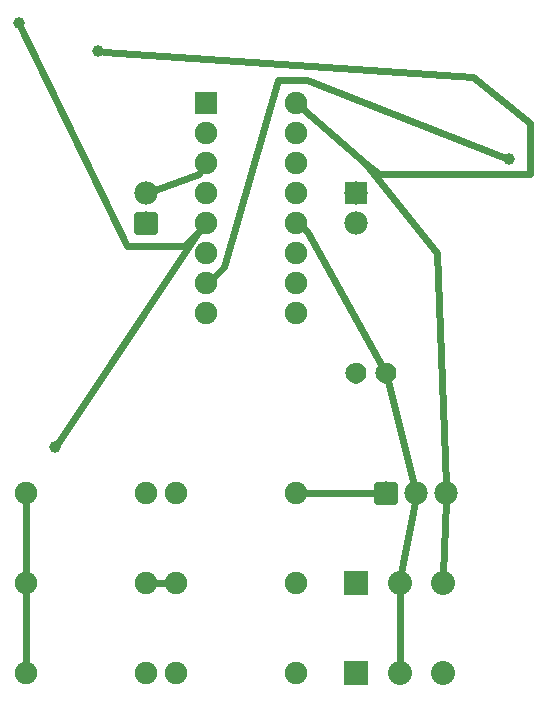
<source format=gtl>
G04 MADE WITH FRITZING*
G04 WWW.FRITZING.ORG*
G04 DOUBLE SIDED*
G04 HOLES PLATED*
G04 CONTOUR ON CENTER OF CONTOUR VECTOR*
%ASAXBY*%
%FSLAX23Y23*%
%MOIN*%
%OFA0B0*%
%SFA1.0B1.0*%
%ADD10C,0.078000*%
%ADD11C,0.070000*%
%ADD12C,0.075000*%
%ADD13C,0.080000*%
%ADD14C,0.039370*%
%ADD15R,0.078000X0.078000*%
%ADD16R,0.075000X0.075000*%
%ADD17C,0.024000*%
%ADD18C,0.020000*%
%ADD19R,0.001000X0.001000*%
%LNCOPPER1*%
G90*
G70*
G54D10*
X676Y1927D03*
X676Y2027D03*
X1376Y2027D03*
X1376Y1927D03*
G54D11*
X1376Y1427D03*
X1476Y1427D03*
G54D12*
X876Y2327D03*
X1176Y2327D03*
X876Y2227D03*
X1176Y2227D03*
X876Y2127D03*
X1176Y2127D03*
X876Y2027D03*
X1176Y2027D03*
X876Y1927D03*
X1176Y1927D03*
X876Y1827D03*
X1176Y1827D03*
X876Y1727D03*
X1176Y1727D03*
X876Y1627D03*
X1176Y1627D03*
G54D13*
X1376Y427D03*
X1521Y427D03*
X1666Y427D03*
X1376Y427D03*
X1521Y427D03*
X1666Y427D03*
X1376Y727D03*
X1521Y727D03*
X1666Y727D03*
X1376Y727D03*
X1521Y727D03*
X1666Y727D03*
G54D10*
X1476Y1027D03*
X1576Y1027D03*
X1676Y1027D03*
G54D12*
X276Y727D03*
X676Y727D03*
X276Y427D03*
X676Y427D03*
X276Y1027D03*
X676Y1027D03*
X776Y727D03*
X1176Y727D03*
X776Y427D03*
X1176Y427D03*
X776Y1027D03*
X1176Y1027D03*
G54D14*
X1884Y2140D03*
X252Y2596D03*
X372Y1180D03*
X516Y2500D03*
G54D15*
X1376Y2027D03*
G54D16*
X876Y2327D03*
G54D17*
X1446Y1027D02*
X1205Y1027D01*
D02*
X704Y2037D02*
X852Y2092D01*
X852Y2092D02*
X860Y2103D01*
D02*
X748Y727D02*
X705Y727D01*
D02*
X898Y1746D02*
X936Y1780D01*
X936Y1780D02*
X1116Y2404D01*
X1116Y2404D02*
X1212Y2404D01*
X1212Y2404D02*
X1866Y2147D01*
D02*
X276Y755D02*
X276Y998D01*
D02*
X276Y455D02*
X276Y698D01*
D02*
X857Y1906D02*
X852Y1900D01*
X852Y1900D02*
X383Y1196D01*
D02*
X1463Y1450D02*
X1212Y1900D01*
X1212Y1900D02*
X1199Y1910D01*
D02*
X1569Y1056D02*
X1482Y1402D01*
D02*
X1527Y761D02*
X1571Y997D01*
D02*
X1521Y462D02*
X1521Y692D01*
D02*
X260Y2579D02*
X612Y1852D01*
X612Y1852D02*
X804Y1852D01*
X804Y1852D02*
X852Y1900D01*
D02*
X1675Y997D02*
X1667Y762D01*
D02*
X1198Y2308D02*
X1404Y2128D01*
X1404Y2128D02*
X1644Y1828D01*
X1644Y1828D02*
X1675Y1057D01*
D02*
X535Y2499D02*
X1764Y2416D01*
X1764Y2416D02*
X1956Y2260D01*
X1956Y2260D02*
X1956Y2092D01*
X1956Y2092D02*
X1452Y2092D01*
X1452Y2092D02*
X1404Y2128D01*
G54D18*
X647Y1898D02*
X647Y1956D01*
X705Y1956D01*
X705Y1898D01*
X647Y1898D01*
D02*
X1447Y1056D02*
X1505Y1056D01*
X1505Y998D01*
X1447Y998D01*
X1447Y1056D01*
D02*
G54D19*
X1372Y1462D02*
X1379Y1462D01*
X1472Y1462D02*
X1479Y1462D01*
X1367Y1461D02*
X1384Y1461D01*
X1467Y1461D02*
X1484Y1461D01*
X1365Y1460D02*
X1387Y1460D01*
X1465Y1460D02*
X1487Y1460D01*
X1362Y1459D02*
X1389Y1459D01*
X1462Y1459D02*
X1489Y1459D01*
X1360Y1458D02*
X1391Y1458D01*
X1460Y1458D02*
X1491Y1458D01*
X1359Y1457D02*
X1393Y1457D01*
X1459Y1457D02*
X1493Y1457D01*
X1357Y1456D02*
X1394Y1456D01*
X1457Y1456D02*
X1494Y1456D01*
X1356Y1455D02*
X1395Y1455D01*
X1456Y1455D02*
X1495Y1455D01*
X1355Y1454D02*
X1397Y1454D01*
X1455Y1454D02*
X1497Y1454D01*
X1353Y1453D02*
X1398Y1453D01*
X1453Y1453D02*
X1498Y1453D01*
X1352Y1452D02*
X1399Y1452D01*
X1452Y1452D02*
X1499Y1452D01*
X1351Y1451D02*
X1400Y1451D01*
X1451Y1451D02*
X1500Y1451D01*
X1350Y1450D02*
X1401Y1450D01*
X1450Y1450D02*
X1501Y1450D01*
X1350Y1449D02*
X1402Y1449D01*
X1450Y1449D02*
X1502Y1449D01*
X1349Y1448D02*
X1403Y1448D01*
X1449Y1448D02*
X1503Y1448D01*
X1348Y1447D02*
X1403Y1447D01*
X1448Y1447D02*
X1503Y1447D01*
X1347Y1446D02*
X1404Y1446D01*
X1447Y1446D02*
X1504Y1446D01*
X1347Y1445D02*
X1405Y1445D01*
X1447Y1445D02*
X1505Y1445D01*
X1346Y1444D02*
X1405Y1444D01*
X1446Y1444D02*
X1505Y1444D01*
X1345Y1443D02*
X1406Y1443D01*
X1445Y1443D02*
X1506Y1443D01*
X1345Y1442D02*
X1371Y1442D01*
X1380Y1442D02*
X1406Y1442D01*
X1445Y1442D02*
X1471Y1442D01*
X1480Y1442D02*
X1506Y1442D01*
X1344Y1441D02*
X1368Y1441D01*
X1383Y1441D02*
X1407Y1441D01*
X1444Y1441D02*
X1468Y1441D01*
X1483Y1441D02*
X1507Y1441D01*
X1344Y1440D02*
X1366Y1440D01*
X1385Y1440D02*
X1407Y1440D01*
X1444Y1440D02*
X1466Y1440D01*
X1485Y1440D02*
X1507Y1440D01*
X1344Y1439D02*
X1365Y1439D01*
X1387Y1439D02*
X1408Y1439D01*
X1444Y1439D02*
X1465Y1439D01*
X1487Y1439D02*
X1508Y1439D01*
X1343Y1438D02*
X1364Y1438D01*
X1388Y1438D02*
X1408Y1438D01*
X1443Y1438D02*
X1464Y1438D01*
X1488Y1438D02*
X1508Y1438D01*
X1343Y1437D02*
X1363Y1437D01*
X1388Y1437D02*
X1409Y1437D01*
X1443Y1437D02*
X1463Y1437D01*
X1488Y1437D02*
X1509Y1437D01*
X1342Y1436D02*
X1362Y1436D01*
X1389Y1436D02*
X1409Y1436D01*
X1442Y1436D02*
X1462Y1436D01*
X1489Y1436D02*
X1509Y1436D01*
X1342Y1435D02*
X1362Y1435D01*
X1390Y1435D02*
X1409Y1435D01*
X1442Y1435D02*
X1462Y1435D01*
X1490Y1435D02*
X1509Y1435D01*
X1342Y1434D02*
X1361Y1434D01*
X1390Y1434D02*
X1409Y1434D01*
X1442Y1434D02*
X1461Y1434D01*
X1490Y1434D02*
X1509Y1434D01*
X1342Y1433D02*
X1361Y1433D01*
X1390Y1433D02*
X1410Y1433D01*
X1442Y1433D02*
X1461Y1433D01*
X1490Y1433D02*
X1510Y1433D01*
X1342Y1432D02*
X1361Y1432D01*
X1391Y1432D02*
X1410Y1432D01*
X1442Y1432D02*
X1461Y1432D01*
X1491Y1432D02*
X1510Y1432D01*
X1341Y1431D02*
X1360Y1431D01*
X1391Y1431D02*
X1410Y1431D01*
X1441Y1431D02*
X1460Y1431D01*
X1491Y1431D02*
X1510Y1431D01*
X1341Y1430D02*
X1360Y1430D01*
X1391Y1430D02*
X1410Y1430D01*
X1441Y1430D02*
X1460Y1430D01*
X1491Y1430D02*
X1510Y1430D01*
X1341Y1429D02*
X1360Y1429D01*
X1391Y1429D02*
X1410Y1429D01*
X1441Y1429D02*
X1460Y1429D01*
X1491Y1429D02*
X1510Y1429D01*
X1341Y1428D02*
X1360Y1428D01*
X1391Y1428D02*
X1410Y1428D01*
X1441Y1428D02*
X1460Y1428D01*
X1491Y1428D02*
X1510Y1428D01*
X1341Y1427D02*
X1360Y1427D01*
X1391Y1427D02*
X1410Y1427D01*
X1441Y1427D02*
X1460Y1427D01*
X1491Y1427D02*
X1510Y1427D01*
X1341Y1426D02*
X1360Y1426D01*
X1391Y1426D02*
X1410Y1426D01*
X1441Y1426D02*
X1460Y1426D01*
X1491Y1426D02*
X1510Y1426D01*
X1341Y1425D02*
X1360Y1425D01*
X1391Y1425D02*
X1410Y1425D01*
X1441Y1425D02*
X1460Y1425D01*
X1491Y1425D02*
X1510Y1425D01*
X1341Y1424D02*
X1360Y1424D01*
X1391Y1424D02*
X1410Y1424D01*
X1441Y1424D02*
X1460Y1424D01*
X1491Y1424D02*
X1510Y1424D01*
X1342Y1423D02*
X1361Y1423D01*
X1391Y1423D02*
X1410Y1423D01*
X1442Y1423D02*
X1461Y1423D01*
X1491Y1423D02*
X1510Y1423D01*
X1342Y1422D02*
X1361Y1422D01*
X1390Y1422D02*
X1410Y1422D01*
X1442Y1422D02*
X1461Y1422D01*
X1490Y1422D02*
X1510Y1422D01*
X1342Y1421D02*
X1361Y1421D01*
X1390Y1421D02*
X1409Y1421D01*
X1442Y1421D02*
X1461Y1421D01*
X1490Y1421D02*
X1509Y1421D01*
X1342Y1420D02*
X1362Y1420D01*
X1390Y1420D02*
X1409Y1420D01*
X1442Y1420D02*
X1462Y1420D01*
X1490Y1420D02*
X1509Y1420D01*
X1342Y1419D02*
X1362Y1419D01*
X1389Y1419D02*
X1409Y1419D01*
X1442Y1419D02*
X1462Y1419D01*
X1489Y1419D02*
X1509Y1419D01*
X1343Y1418D02*
X1363Y1418D01*
X1389Y1418D02*
X1409Y1418D01*
X1443Y1418D02*
X1463Y1418D01*
X1489Y1418D02*
X1509Y1418D01*
X1343Y1417D02*
X1363Y1417D01*
X1388Y1417D02*
X1408Y1417D01*
X1443Y1417D02*
X1463Y1417D01*
X1488Y1417D02*
X1508Y1417D01*
X1343Y1416D02*
X1364Y1416D01*
X1387Y1416D02*
X1408Y1416D01*
X1443Y1416D02*
X1464Y1416D01*
X1487Y1416D02*
X1508Y1416D01*
X1344Y1415D02*
X1366Y1415D01*
X1386Y1415D02*
X1407Y1415D01*
X1444Y1415D02*
X1466Y1415D01*
X1486Y1415D02*
X1507Y1415D01*
X1344Y1414D02*
X1367Y1414D01*
X1384Y1414D02*
X1407Y1414D01*
X1444Y1414D02*
X1467Y1414D01*
X1484Y1414D02*
X1507Y1414D01*
X1345Y1413D02*
X1370Y1413D01*
X1381Y1413D02*
X1407Y1413D01*
X1445Y1413D02*
X1470Y1413D01*
X1481Y1413D02*
X1507Y1413D01*
X1345Y1412D02*
X1406Y1412D01*
X1445Y1412D02*
X1506Y1412D01*
X1346Y1411D02*
X1405Y1411D01*
X1446Y1411D02*
X1505Y1411D01*
X1346Y1410D02*
X1405Y1410D01*
X1446Y1410D02*
X1505Y1410D01*
X1347Y1409D02*
X1404Y1409D01*
X1447Y1409D02*
X1504Y1409D01*
X1348Y1408D02*
X1404Y1408D01*
X1448Y1408D02*
X1504Y1408D01*
X1349Y1407D02*
X1403Y1407D01*
X1449Y1407D02*
X1503Y1407D01*
X1349Y1406D02*
X1402Y1406D01*
X1449Y1406D02*
X1502Y1406D01*
X1350Y1405D02*
X1401Y1405D01*
X1450Y1405D02*
X1501Y1405D01*
X1351Y1404D02*
X1400Y1404D01*
X1451Y1404D02*
X1500Y1404D01*
X1352Y1403D02*
X1399Y1403D01*
X1452Y1403D02*
X1499Y1403D01*
X1353Y1402D02*
X1398Y1402D01*
X1453Y1402D02*
X1498Y1402D01*
X1354Y1401D02*
X1397Y1401D01*
X1454Y1401D02*
X1497Y1401D01*
X1355Y1400D02*
X1396Y1400D01*
X1455Y1400D02*
X1496Y1400D01*
X1357Y1399D02*
X1395Y1399D01*
X1457Y1399D02*
X1495Y1399D01*
X1358Y1398D02*
X1393Y1398D01*
X1458Y1398D02*
X1493Y1398D01*
X1360Y1397D02*
X1391Y1397D01*
X1460Y1397D02*
X1491Y1397D01*
X1362Y1396D02*
X1390Y1396D01*
X1462Y1396D02*
X1490Y1396D01*
X1364Y1395D02*
X1387Y1395D01*
X1464Y1395D02*
X1487Y1395D01*
X1366Y1394D02*
X1385Y1394D01*
X1466Y1394D02*
X1485Y1394D01*
X1370Y1393D02*
X1381Y1393D01*
X1470Y1393D02*
X1481Y1393D01*
X1336Y767D02*
X1415Y767D01*
X1336Y766D02*
X1415Y766D01*
X1336Y765D02*
X1415Y765D01*
X1336Y764D02*
X1415Y764D01*
X1336Y763D02*
X1415Y763D01*
X1336Y762D02*
X1415Y762D01*
X1336Y761D02*
X1415Y761D01*
X1336Y760D02*
X1415Y760D01*
X1336Y759D02*
X1415Y759D01*
X1336Y758D02*
X1415Y758D01*
X1336Y757D02*
X1415Y757D01*
X1336Y756D02*
X1415Y756D01*
X1336Y755D02*
X1415Y755D01*
X1336Y754D02*
X1415Y754D01*
X1336Y753D02*
X1415Y753D01*
X1336Y752D02*
X1415Y752D01*
X1336Y751D02*
X1415Y751D01*
X1336Y750D02*
X1368Y750D01*
X1383Y750D02*
X1415Y750D01*
X1336Y749D02*
X1366Y749D01*
X1386Y749D02*
X1415Y749D01*
X1336Y748D02*
X1364Y748D01*
X1388Y748D02*
X1415Y748D01*
X1336Y747D02*
X1362Y747D01*
X1389Y747D02*
X1415Y747D01*
X1336Y746D02*
X1361Y746D01*
X1391Y746D02*
X1415Y746D01*
X1336Y745D02*
X1359Y745D01*
X1392Y745D02*
X1415Y745D01*
X1336Y744D02*
X1358Y744D01*
X1393Y744D02*
X1415Y744D01*
X1336Y743D02*
X1357Y743D01*
X1394Y743D02*
X1415Y743D01*
X1336Y742D02*
X1357Y742D01*
X1395Y742D02*
X1415Y742D01*
X1336Y741D02*
X1356Y741D01*
X1395Y741D02*
X1415Y741D01*
X1336Y740D02*
X1355Y740D01*
X1396Y740D02*
X1415Y740D01*
X1336Y739D02*
X1355Y739D01*
X1397Y739D02*
X1415Y739D01*
X1336Y738D02*
X1354Y738D01*
X1397Y738D02*
X1415Y738D01*
X1336Y737D02*
X1354Y737D01*
X1398Y737D02*
X1415Y737D01*
X1336Y736D02*
X1353Y736D01*
X1398Y736D02*
X1415Y736D01*
X1336Y735D02*
X1353Y735D01*
X1398Y735D02*
X1415Y735D01*
X1336Y734D02*
X1352Y734D01*
X1399Y734D02*
X1415Y734D01*
X1336Y733D02*
X1352Y733D01*
X1399Y733D02*
X1415Y733D01*
X1336Y732D02*
X1352Y732D01*
X1399Y732D02*
X1415Y732D01*
X1336Y731D02*
X1352Y731D01*
X1399Y731D02*
X1415Y731D01*
X1336Y730D02*
X1352Y730D01*
X1400Y730D02*
X1415Y730D01*
X1336Y729D02*
X1352Y729D01*
X1400Y729D02*
X1415Y729D01*
X1336Y728D02*
X1352Y728D01*
X1400Y728D02*
X1415Y728D01*
X1336Y727D02*
X1352Y727D01*
X1400Y727D02*
X1415Y727D01*
X1336Y726D02*
X1352Y726D01*
X1400Y726D02*
X1415Y726D01*
X1336Y725D02*
X1352Y725D01*
X1400Y725D02*
X1415Y725D01*
X1336Y724D02*
X1352Y724D01*
X1400Y724D02*
X1415Y724D01*
X1336Y723D02*
X1352Y723D01*
X1399Y723D02*
X1415Y723D01*
X1336Y722D02*
X1352Y722D01*
X1399Y722D02*
X1415Y722D01*
X1336Y721D02*
X1352Y721D01*
X1399Y721D02*
X1415Y721D01*
X1336Y720D02*
X1353Y720D01*
X1399Y720D02*
X1415Y720D01*
X1336Y719D02*
X1353Y719D01*
X1398Y719D02*
X1415Y719D01*
X1336Y718D02*
X1353Y718D01*
X1398Y718D02*
X1415Y718D01*
X1336Y717D02*
X1354Y717D01*
X1397Y717D02*
X1415Y717D01*
X1336Y716D02*
X1354Y716D01*
X1397Y716D02*
X1415Y716D01*
X1336Y715D02*
X1355Y715D01*
X1396Y715D02*
X1415Y715D01*
X1336Y714D02*
X1356Y714D01*
X1396Y714D02*
X1415Y714D01*
X1336Y713D02*
X1356Y713D01*
X1395Y713D02*
X1415Y713D01*
X1336Y712D02*
X1357Y712D01*
X1394Y712D02*
X1415Y712D01*
X1336Y711D02*
X1358Y711D01*
X1393Y711D02*
X1415Y711D01*
X1336Y710D02*
X1359Y710D01*
X1392Y710D02*
X1415Y710D01*
X1336Y709D02*
X1360Y709D01*
X1391Y709D02*
X1415Y709D01*
X1336Y708D02*
X1362Y708D01*
X1390Y708D02*
X1415Y708D01*
X1336Y707D02*
X1363Y707D01*
X1388Y707D02*
X1415Y707D01*
X1336Y706D02*
X1365Y706D01*
X1386Y706D02*
X1415Y706D01*
X1336Y705D02*
X1368Y705D01*
X1384Y705D02*
X1415Y705D01*
X1336Y704D02*
X1371Y704D01*
X1380Y704D02*
X1415Y704D01*
X1336Y703D02*
X1415Y703D01*
X1336Y702D02*
X1415Y702D01*
X1336Y701D02*
X1415Y701D01*
X1336Y700D02*
X1415Y700D01*
X1336Y699D02*
X1415Y699D01*
X1336Y698D02*
X1415Y698D01*
X1336Y697D02*
X1415Y697D01*
X1336Y696D02*
X1415Y696D01*
X1336Y695D02*
X1415Y695D01*
X1336Y694D02*
X1415Y694D01*
X1336Y693D02*
X1415Y693D01*
X1336Y692D02*
X1415Y692D01*
X1336Y691D02*
X1415Y691D01*
X1336Y690D02*
X1415Y690D01*
X1336Y689D02*
X1415Y689D01*
X1336Y688D02*
X1415Y688D01*
X1336Y467D02*
X1415Y467D01*
X1336Y466D02*
X1415Y466D01*
X1336Y465D02*
X1415Y465D01*
X1336Y464D02*
X1415Y464D01*
X1336Y463D02*
X1415Y463D01*
X1336Y462D02*
X1415Y462D01*
X1336Y461D02*
X1415Y461D01*
X1336Y460D02*
X1415Y460D01*
X1336Y459D02*
X1415Y459D01*
X1336Y458D02*
X1415Y458D01*
X1336Y457D02*
X1415Y457D01*
X1336Y456D02*
X1415Y456D01*
X1336Y455D02*
X1415Y455D01*
X1336Y454D02*
X1415Y454D01*
X1336Y453D02*
X1415Y453D01*
X1336Y452D02*
X1415Y452D01*
X1336Y451D02*
X1415Y451D01*
X1336Y450D02*
X1368Y450D01*
X1383Y450D02*
X1415Y450D01*
X1336Y449D02*
X1366Y449D01*
X1386Y449D02*
X1415Y449D01*
X1336Y448D02*
X1364Y448D01*
X1388Y448D02*
X1415Y448D01*
X1336Y447D02*
X1362Y447D01*
X1389Y447D02*
X1415Y447D01*
X1336Y446D02*
X1361Y446D01*
X1391Y446D02*
X1415Y446D01*
X1336Y445D02*
X1359Y445D01*
X1392Y445D02*
X1415Y445D01*
X1336Y444D02*
X1358Y444D01*
X1393Y444D02*
X1415Y444D01*
X1336Y443D02*
X1357Y443D01*
X1394Y443D02*
X1415Y443D01*
X1336Y442D02*
X1357Y442D01*
X1395Y442D02*
X1415Y442D01*
X1336Y441D02*
X1356Y441D01*
X1395Y441D02*
X1415Y441D01*
X1336Y440D02*
X1355Y440D01*
X1396Y440D02*
X1415Y440D01*
X1336Y439D02*
X1355Y439D01*
X1397Y439D02*
X1415Y439D01*
X1336Y438D02*
X1354Y438D01*
X1397Y438D02*
X1415Y438D01*
X1336Y437D02*
X1354Y437D01*
X1398Y437D02*
X1415Y437D01*
X1336Y436D02*
X1353Y436D01*
X1398Y436D02*
X1415Y436D01*
X1336Y435D02*
X1353Y435D01*
X1398Y435D02*
X1415Y435D01*
X1336Y434D02*
X1352Y434D01*
X1399Y434D02*
X1415Y434D01*
X1336Y433D02*
X1352Y433D01*
X1399Y433D02*
X1415Y433D01*
X1336Y432D02*
X1352Y432D01*
X1399Y432D02*
X1415Y432D01*
X1336Y431D02*
X1352Y431D01*
X1399Y431D02*
X1415Y431D01*
X1336Y430D02*
X1352Y430D01*
X1400Y430D02*
X1415Y430D01*
X1336Y429D02*
X1352Y429D01*
X1400Y429D02*
X1415Y429D01*
X1336Y428D02*
X1352Y428D01*
X1400Y428D02*
X1415Y428D01*
X1336Y427D02*
X1352Y427D01*
X1400Y427D02*
X1415Y427D01*
X1336Y426D02*
X1352Y426D01*
X1400Y426D02*
X1415Y426D01*
X1336Y425D02*
X1352Y425D01*
X1400Y425D02*
X1415Y425D01*
X1336Y424D02*
X1352Y424D01*
X1400Y424D02*
X1415Y424D01*
X1336Y423D02*
X1352Y423D01*
X1399Y423D02*
X1415Y423D01*
X1336Y422D02*
X1352Y422D01*
X1399Y422D02*
X1415Y422D01*
X1336Y421D02*
X1352Y421D01*
X1399Y421D02*
X1415Y421D01*
X1336Y420D02*
X1353Y420D01*
X1399Y420D02*
X1415Y420D01*
X1336Y419D02*
X1353Y419D01*
X1398Y419D02*
X1415Y419D01*
X1336Y418D02*
X1353Y418D01*
X1398Y418D02*
X1415Y418D01*
X1336Y417D02*
X1354Y417D01*
X1397Y417D02*
X1415Y417D01*
X1336Y416D02*
X1354Y416D01*
X1397Y416D02*
X1415Y416D01*
X1336Y415D02*
X1355Y415D01*
X1396Y415D02*
X1415Y415D01*
X1336Y414D02*
X1356Y414D01*
X1396Y414D02*
X1415Y414D01*
X1336Y413D02*
X1356Y413D01*
X1395Y413D02*
X1415Y413D01*
X1336Y412D02*
X1357Y412D01*
X1394Y412D02*
X1415Y412D01*
X1336Y411D02*
X1358Y411D01*
X1393Y411D02*
X1415Y411D01*
X1336Y410D02*
X1359Y410D01*
X1392Y410D02*
X1415Y410D01*
X1336Y409D02*
X1360Y409D01*
X1391Y409D02*
X1415Y409D01*
X1336Y408D02*
X1362Y408D01*
X1390Y408D02*
X1415Y408D01*
X1336Y407D02*
X1363Y407D01*
X1388Y407D02*
X1415Y407D01*
X1336Y406D02*
X1365Y406D01*
X1386Y406D02*
X1415Y406D01*
X1336Y405D02*
X1368Y405D01*
X1384Y405D02*
X1415Y405D01*
X1336Y404D02*
X1371Y404D01*
X1380Y404D02*
X1415Y404D01*
X1336Y403D02*
X1415Y403D01*
X1336Y402D02*
X1415Y402D01*
X1336Y401D02*
X1415Y401D01*
X1336Y400D02*
X1415Y400D01*
X1336Y399D02*
X1415Y399D01*
X1336Y398D02*
X1415Y398D01*
X1336Y397D02*
X1415Y397D01*
X1336Y396D02*
X1415Y396D01*
X1336Y395D02*
X1415Y395D01*
X1336Y394D02*
X1415Y394D01*
X1336Y393D02*
X1415Y393D01*
X1336Y392D02*
X1415Y392D01*
X1336Y391D02*
X1415Y391D01*
X1336Y390D02*
X1415Y390D01*
X1336Y389D02*
X1415Y389D01*
X1336Y388D02*
X1415Y388D01*
D02*
G04 End of Copper1*
M02*
</source>
